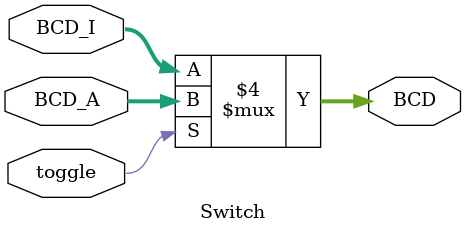
<source format=v>
module Switch
(
	input toggle,
	input [23:0] BCD_I,
	input [23:0] BCD_A,
	output reg [23:0] BCD
);

always @(toggle, BCD_I, BCD_A)
begin

	if (toggle == 0)
		BCD <= BCD_I;
		
	else
		BCD <= BCD_A;
	
end
endmodule

</source>
